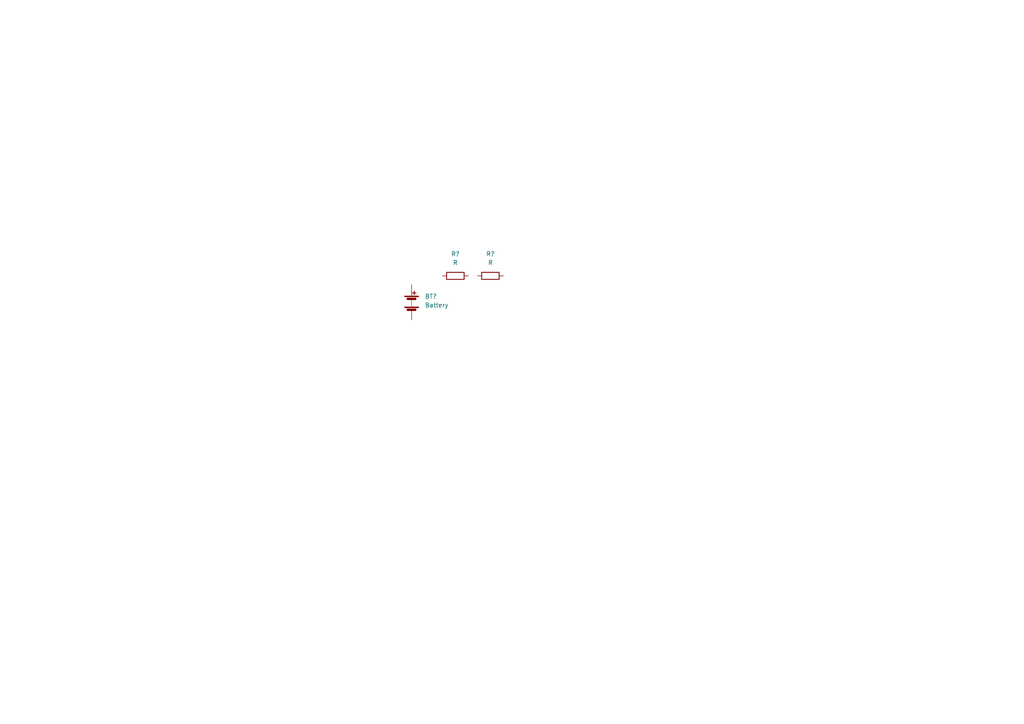
<source format=kicad_sch>
(kicad_sch (version 20211123) (generator eeschema)
  (paper "A4")
  (title_block (date "2022-01-21"))
  (lib_symbols
    (symbol "Device:Battery" (pin_numbers hide) (pin_names (offset 0) hide)
      (property "Reference" "BT" (at 2.54 2.54 0))
      (property "Value" "Battery" (at 2.54 0 0))
      (symbol "Battery_0_1"
        (rectangle (start -2.032 -1.397) (end 2.032 -1.651) (fill (type outline)))
        (rectangle (start -2.032 1.778) (end 2.032 1.524) (fill (type outline)))
        (rectangle (start -1.3208 -1.9812) (end 1.27 -2.4892) (fill (type outline)))
        (rectangle (start -1.3208 1.1938) (end 1.27 0.6858) (fill (type outline)))
        (polyline (pts (xy 0 -1.524) (xy 0 -1.27)))
        (polyline (pts (xy 0 -1.016) (xy 0 -0.762)))
        (polyline (pts (xy 0 -0.508) (xy 0 -0.254)))
        (polyline (pts (xy 0 0) (xy 0 0.254)))
        (polyline (pts (xy 0 0.508) (xy 0 0.762)))
        (polyline (pts (xy 0 1.778) (xy 0 2.54)))
        (polyline (pts (xy 0.254 2.667) (xy 1.27 2.667)) (stroke (width 0.254)))
        (polyline (pts (xy 0.762 3.175) (xy 0.762 2.159)) (stroke (width 0.254)))
      )
      (symbol "Battery_1_1"
        (pin passive line (at 0 5.08 270) (length 2.54) (name "+") (number "1"))
        (pin passive line (at 0 -5.08 90) (length 2.54) (name "-") (number "2"))
      )
    )
    (symbol "Device:R" (pin_numbers hide) (pin_names (offset 0))
      (property "Reference" "R" (at 2.032 0 90))
      (property "Value" "R" (at 0 0 90))
      (symbol "R_0_1"
        (rectangle (start -1.016 -2.54) (end 1.016 2.54) (stroke (width 0.254)))
      )
      (symbol "R_1_1"
        (pin passive line (at 0 3.81 270) (length 1.27) (name "~") (number "1"))
        (pin passive line (at 0 -3.81 90) (length 1.27) (name "~") (number "2"))
      )
    )
  )
  (symbol (lib_id "Device:Battery") (at 119.38 87.63 0) (unit 1)
    (property "Reference" "BT?" (at 123.19 85.9789 0) (effects (justify left)))
    (property "Value" "Battery" (at 123.19 88.5189 0) (effects (justify left)))
  )
  (symbol (lib_id "Device:R") (at 142.24 80.01 90) (unit 1)
    (property "Reference" "R?" (at 142.24 73.66 90))
    (property "Value" "R" (at 142.24 76.2 90))
  )
  (symbol (lib_id "Device:R") (at 132.08 80.01 90) (unit 1)
    (property "Reference" "R?" (at 132.08 73.66 90))
    (property "Value" "R" (at 132.08 76.2 90))
  )
)
</source>
